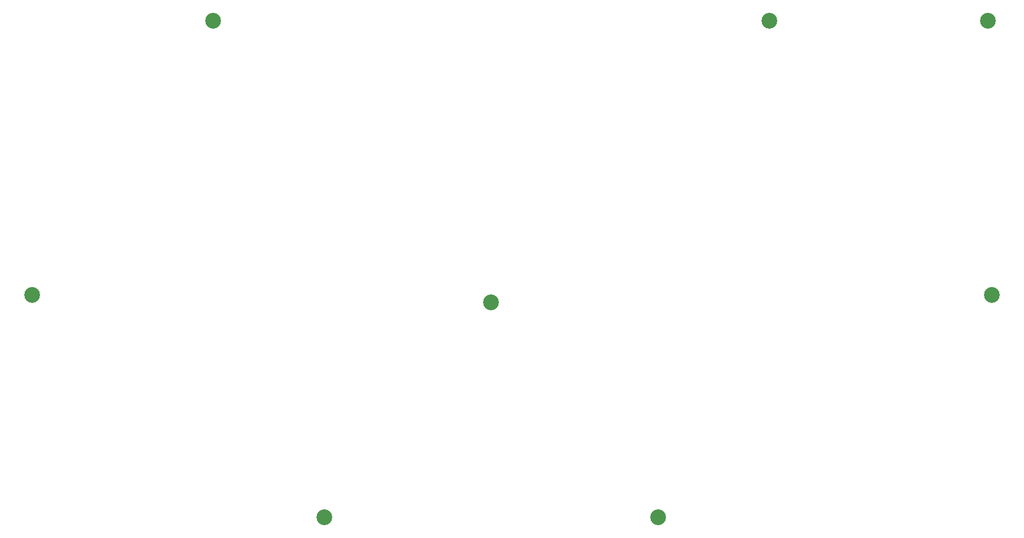
<source format=gts>
%TF.GenerationSoftware,KiCad,Pcbnew,(6.0.9)*%
%TF.CreationDate,2023-02-22T02:08:21+05:30*%
%TF.ProjectId,Peridot Steno,50657269-646f-4742-9053-74656e6f2e6b,rev?*%
%TF.SameCoordinates,Original*%
%TF.FileFunction,Soldermask,Top*%
%TF.FilePolarity,Negative*%
%FSLAX46Y46*%
G04 Gerber Fmt 4.6, Leading zero omitted, Abs format (unit mm)*
G04 Created by KiCad (PCBNEW (6.0.9)) date 2023-02-22 02:08:21*
%MOMM*%
%LPD*%
G01*
G04 APERTURE LIST*
%ADD10C,2.700000*%
G04 APERTURE END LIST*
D10*
%TO.C,H11*%
X95250000Y-44450000D03*
%TD*%
%TO.C,H12*%
X228600000Y-91440000D03*
%TD*%
%TO.C,H3*%
X190500000Y-44450000D03*
%TD*%
%TO.C,H1*%
X114300000Y-129540000D03*
%TD*%
%TO.C,H2*%
X64312800Y-91440000D03*
%TD*%
%TO.C,H9*%
X227965000Y-44450000D03*
%TD*%
%TO.C,H6*%
X142900400Y-92710000D03*
%TD*%
%TO.C,H8*%
X171450000Y-129540000D03*
%TD*%
M02*

</source>
